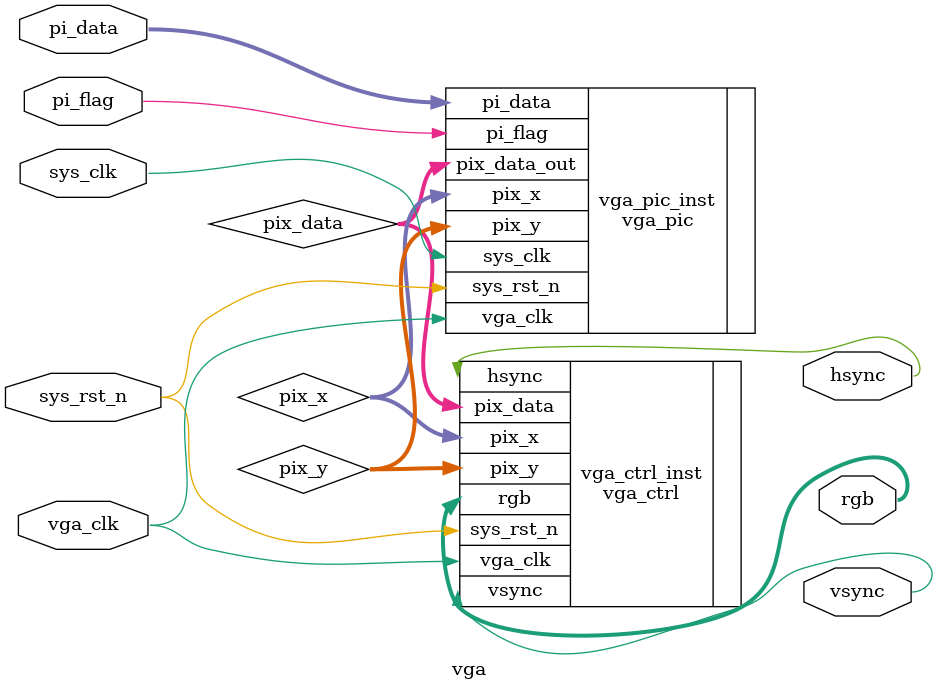
<source format=v>
`timescale  1ns/1ns

module  vga
(
    input   wire            sys_clk     ,   //输入工作时钟,频率50MHz
    input   wire            vga_clk     ,   //输入工作时钟,频率25MHz
    input   wire            sys_rst_n   ,   //输入复位信号,低电平有效
    input   wire            pi_flag     ,   //输入数据标志信号
    input   wire    [7:0]   pi_data     ,   //输入数据

    output  wire            hsync       ,   //输出行同步信号
    output  wire            vsync       ,   //输出场同步信号
    output  wire    [7:0]   rgb             //输出像素信息

);

//********************************************************************//
//****************** Parameter and Internal Signal *******************//
//********************************************************************//
//wire  define
wire    [9:0]   pix_x       ;   //VGA有效显示区域X轴坐标
wire    [9:0]   pix_y       ;   //VGA有效显示区域Y轴坐标
wire    [7:0]   pix_data    ;   //VGA像素点色彩信息


//********************************************************************//
//*************************** Instantiation **************************//
//********************************************************************//
//------------- vga_ctrl_inst -------------
vga_ctrl    vga_ctrl_inst
(
    .vga_clk    (vga_clk    ),  //输入工作时钟,频率25MHz,1bit
    .sys_rst_n  (sys_rst_n  ),  //输入复位信号,低电平有效,1bit
    .pix_data   (pix_data   ),  //输入像素点色彩信息,8bit

    .pix_x      (pix_x      ),  //输出VGA有效显示区域像素点X轴坐标,10bit
    .pix_y      (pix_y      ),  //输出VGA有效显示区域像素点Y轴坐标,10bit
    .hsync      (hsync      ),  //输出行同步信号,1bit
    .vsync      (vsync      ),  //输出场同步信号,1bit
    .rgb        (rgb        )   //输出像素点色彩信息,16bit
);

//------------- vga_pic_inst -------------
vga_pic     vga_pic_inst
(
    .vga_clk        (vga_clk    ),  //输入工作时钟,频率25MHz,1bit
    .sys_clk        (sys_clk    ),  //输入RAM写时钟,1bit
    .sys_rst_n      (sys_rst_n  ),  //输入复位信号,低电平有效,1bit
    .pi_flag        (pi_flag    ),  //输入RAM写使能,1bit
    .pi_data        (pi_data    ),  //输入RAM写数据,8bit
    .pix_x          (pix_x      ),  //输入VGA有效显示区域像素点X轴坐标,10bit
    .pix_y          (pix_y      ),  //输入VGA有效显示区域像素点Y轴坐标,10bit

    .pix_data_out   (pix_data   )   //输出像素点色彩信息,8bit
);

endmodule
</source>
